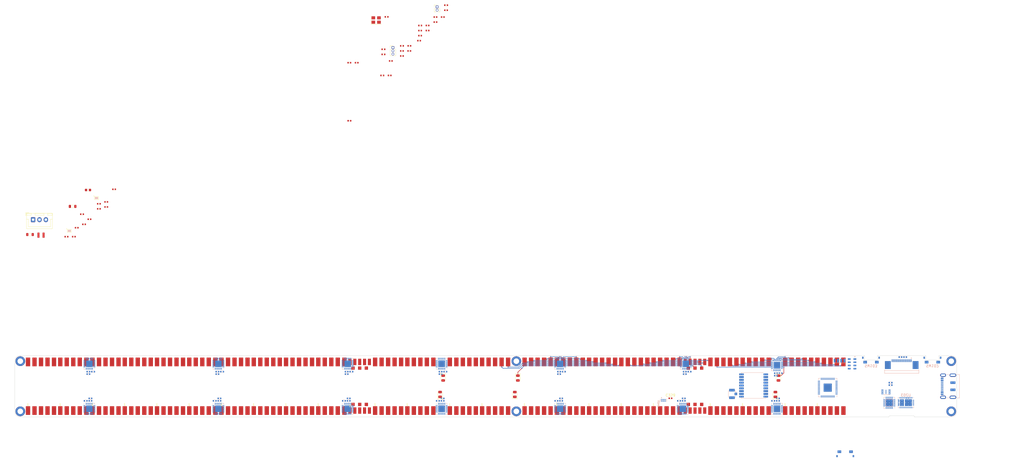
<source format=kicad_pcb>
(kicad_pcb (version 20211014) (generator pcbnew)
  (layers (0 "F.Cu" signal) (1 "In1.Cu" signal) (2 "In2.Cu" signal) (31 "B.Cu" signal) (34 "B.Paste" user) (35 "F.Paste" user) (36 "B.SilkS" user "B.Silkscreen") (37 "F.SilkS" user "F.Silkscreen") (38 "B.Mask" user) (39 "F.Mask" user) (44 "Edge.Cuts" user))
  (net 0 "")
  (net 1 "Earth")
  (net 2 "+BATT")
  (net 3 "/XIN")
  (net 4 "Net-(C102-Pad1)")
  (net 5 "+3V3")
  (net 6 "+1V1")
  (net 7 "/Power/VBUS_IN")
  (net 10 "+2V5")
  (net 11 "/Power/VBUS_OUT")
  (net 13 "Net-(C212-Pad1)")
  (net 14 "Net-(C213-Pad1)")
  (net 15 "/Power/BC_REGN")
  (net 16 "Net-(C213-Pad2)")
  (net 17 "Net-(C401-Pad1)")
  (net 18 "/LED_Segments/COL0_T")
  (net 19 "/LED_Segments/COL0_B")
  (net 20 "/LED_Segments/COL1_T")
  (net 21 "/LED_Segments/COL1_B")
  (net 22 "/LED_Segments/COL2_T")
  (net 23 "/RUN")
  (net 24 "/SWD")
  (net 25 "/SWCLK")
  (net 26 "/Power/CC1")
  (net 27 "USB_D+")
  (net 28 "USB_D-")
  (net 30 "/Power/CC2")
  (net 32 "/LED_Segments/COL2_B")
  (net 33 "Net-(J102-Pad1)")
  (net 34 "Net-(J102-Pad2)")
  (net 35 "Net-(AE401-Pad1)")
  (net 39 "Net-(R306-Pad1)")
  (net 40 "Net-(R307-Pad1)")
  (net 41 "Net-(R308-Pad1)")
  (net 42 "Net-(L201-Pad1)")
  (net 43 "Net-(L202-Pad1)")
  (net 44 "/~{USB_BOOT}")
  (net 45 "/QSPI_SS")
  (net 46 "/XOUT")
  (net 47 "Net-(R103-Pad2)")
  (net 48 "Net-(R104-Pad2)")
  (net 49 "/POW_SDA")
  (net 50 "/POW_SCL")
  (net 51 "/SEN_SDA")
  (net 52 "/SEN_SCL")
  (net 53 "Net-(R309-Pad1)")
  (net 54 "Net-(R310-Pad1)")
  (net 55 "Net-(R311-Pad1)")
  (net 56 "Net-(R312-Pad1)")
  (net 58 "Net-(R313-Pad1)")
  (net 59 "Net-(R301-Pad1)")
  (net 60 "Net-(R302-Pad1)")
  (net 61 "Net-(R303-Pad1)")
  (net 62 "Net-(R304-Pad1)")
  (net 63 "Net-(R305-Pad1)")
  (net 64 "/BTN_UP")
  (net 65 "/BTN_DWN")
  (net 66 "/QSPI_SD1")
  (net 67 "/QSPI_SD2")
  (net 68 "/QSPI_SD0")
  (net 69 "/QSPI_SCLK")
  (net 70 "/QSPI_SD3")
  (net 71 "/LED_MOSI")
  (net 72 "/LED_SCK")
  (net 73 "/LED_LAT")
  (net 74 "/LED_OE")
  (net 75 "Net-(R314-Pad1)")
  (net 76 "/BATT_EN")
  (net 83 "Net-(R401-Pad1)")
  (net 84 "/OLED_CS")
  (net 85 "/OLED_RST")
  (net 86 "/OLED_D{slash}C")
  (net 87 "/OLED_SCK")
  (net 88 "/LED_Segments/DG1_G")
  (net 89 "/LED_Segments/DG1_F")
  (net 90 "/LED_Segments/DG1_A")
  (net 91 "/LED_Segments/DG1_B")
  (net 92 "/LED_Segments/DG2_G")
  (net 93 "/LED_Segments/DG2_F")
  (net 94 "/OLED_MOSI")
  (net 98 "/LED_Segments/DG2_D")
  (net 99 "/LED_Segments/DG2_E")
  (net 100 "/LED_Segments/DG1_DP")
  (net 101 "/LED_Segments/DG1_C")
  (net 102 "/LED_Segments/DG1_D")
  (net 103 "/LED_Segments/DG1_E")
  (net 104 "/LED_Segments/DG5_DP")
  (net 105 "/LED_Segments/DG5_C")
  (net 106 "/LED_Segments/DG5_D")
  (net 107 "/LED_Segments/DG5_E")
  (net 108 "/LED_Segments/DG4_DP")
  (net 109 "/LED_Segments/DG4_C")
  (net 110 "/LED_Segments/DG4_D")
  (net 111 "/LED_Segments/DG4_E")
  (net 112 "/LED_Segments/DG3_DP")
  (net 113 "/LED_Segments/DG3_C")
  (net 114 "/LED_Segments/DG3_D")
  (net 115 "/LED_Segments/DG3_E")
  (net 116 "/LED_Segments/DG2_DP")
  (net 117 "/LED_Segments/DG2_C")
  (net 118 "/LED_Segments/DG2_B")
  (net 119 "/LED_Segments/DG2_A")
  (net 120 "/LED_Segments/DG3_B")
  (net 121 "/LED_Segments/DG3_A")
  (net 122 "/LED_Segments/DG3_F")
  (net 123 "/LED_Segments/DG3_G")
  (net 124 "/LED_Segments/DG4_B")
  (net 125 "/LED_Segments/DG4_A")
  (net 126 "/LED_Segments/DG4_F")
  (net 127 "/LED_Segments/DG4_G")
  (net 128 "/LED_Segments/DG5_G")
  (net 129 "/LED_Segments/DG5_F")
  (net 130 "/LED_Segments/DG5_A")
  (net 131 "/LED_Segments/DG5_B")
  (net 132 "/LED_Segments/DG6_E")
  (net 133 "/LED_Segments/DG6_D")
  (net 134 "/LED_Segments/DG6_C")
  (net 135 "/LED_Segments/DG6_DP")
  (net 136 "/LED_Segments/DG6_B")
  (net 137 "/LED_Segments/DG6_A")
  (net 138 "/LED_Segments/DG6_F")
  (net 139 "/LED_Segments/DG6_G")
  (net 140 "/LED_Segments/DG7_E")
  (net 141 "/LED_Segments/DG7_D")
  (net 142 "/LED_Segments/DG7_C")
  (net 143 "/LED_Segments/DG7_DP")
  (net 144 "/LED_Segments/DG7_B")
  (net 145 "/LED_Segments/DG7_A")
  (net 146 "/LED_Segments/DG7_F")
  (net 147 "/LED_Segments/DG7_G")
  (net 148 "/LED_Segments/DG9_DP")
  (net 149 "/LED_Segments/DG9_C")
  (net 150 "/LED_Segments/DG9_D")
  (net 151 "/LED_Segments/DG9_E")
  (net 152 "/LED_Segments/DG8_DP")
  (net 153 "/LED_Segments/DG8_C")
  (net 154 "/LED_Segments/DG8_D")
  (net 155 "/LED_Segments/DG8_E")
  (net 156 "/LED_Segments/DG8_B")
  (net 157 "/LED_Segments/DG8_A")
  (net 158 "/LED_Segments/DG8_F")
  (net 159 "/LED_Segments/DG8_G")
  (net 160 "/LED_Segments/DG9_B")
  (net 161 "/LED_Segments/DG9_A")
  (net 162 "/LED_Segments/DG9_F")
  (net 163 "/LED_Segments/DG9_G")
  (net 167 "/LED_Segments/DG0_E")
  (net 168 "/LED_Segments/DG0_D")
  (net 169 "/LED_Segments/DG0_C")
  (net 170 "/LED_Segments/DG0_DP")
  (net 171 "/LED_Segments/DG0_B")
  (net 172 "/LED_Segments/DG0_A")
  (net 173 "/LED_Segments/DG0_F")
  (net 174 "/LED_Segments/DG0_G")
  (net 176 "/Power/VSYS")
  (net 177 "/Power/TS")
  (net 179 "/GPS_TX")
  (net 180 "/GPS_RX")
  (net 181 "/GPS_PPS")
  (net 189 "/Power/BC_~{INT}")
  (net 197 "/LED_Segments/DG10_F")
  (net 198 "/LED_Segments/DG10_G")
  (net 199 "/LED_Segments/DG10_H")
  (net 201 "/LED_Segments/DG10_A")
  (net 202 "/LED_Segments/DG10_J")
  (net 203 "/LED_Segments/DG10_B")
  (net 204 "/LED_Segments/DG10_K")
  (net 205 "/LED_Segments/DG10_P")
  (net 206 "/LED_Segments/DG10_E")
  (net 207 "/LED_Segments/DG10_N")
  (net 208 "/LED_Segments/DG10_D")
  (net 209 "/LED_Segments/DG10_M")
  (net 210 "/LED_Segments/DG10_L")
  (net 211 "/LED_Segments/DG10_C")
  (net 212 "/LED_Segments/DG10_DP")
  (net 213 "/LED_Segments/DG11_E")
  (net 214 "/LED_Segments/DG11_D")
  (net 215 "/LED_Segments/DG11_C")
  (net 216 "/LED_Segments/DG11_DP")
  (net 217 "/LED_Segments/DG11_B")
  (net 218 "/LED_Segments/DG11_A")
  (net 219 "/LED_Segments/DG11_F")
  (net 220 "/LED_Segments/DG11_G")
  (net 221 "/LED_Segments/DG12_E")
  (net 222 "/LED_Segments/DG12_D")
  (net 223 "/LED_Segments/DG12_C")
  (net 224 "/LED_Segments/DG12_DP")
  (net 225 "/LED_Segments/DG12_B")
  (net 226 "/LED_Segments/DG12_A")
  (net 227 "/LED_Segments/DG12_F")
  (net 228 "/LED_Segments/DG12_G")
  (net 231 "/LED_Segments/DG13_G")
  (net 232 "/LED_Segments/DG13_F")
  (net 233 "/LED_Segments/DG13_A")
  (net 234 "/LED_Segments/DG13_B")
  (net 235 "/LED_Segments/DG14_G")
  (net 236 "/LED_Segments/DG14_F")
  (net 237 "/LED_Segments/DG13_E")
  (net 238 "/LED_Segments/DG13_D")
  (net 239 "/LED_Segments/DG13_C")
  (net 240 "/LED_Segments/DG13_DP")
  (net 241 "/LED_Segments/DG14_E")
  (net 242 "/LED_Segments/DG14_D")
  (net 243 "/LED_Segments/DG14_C")
  (net 244 "/LED_Segments/DG14_DP")
  (net 245 "/LED_Segments/DG14_B")
  (net 246 "/LED_Segments/DG14_A")
  (net 247 "/LED_Segments/DG15_E")
  (net 248 "/LED_Segments/DG15_D")
  (net 249 "/LED_Segments/DG15_C")
  (net 250 "/LED_Segments/DG15_DP")
  (net 251 "/LED_Segments/DG15_B")
  (net 252 "/LED_Segments/DG15_A")
  (net 253 "/LED_Segments/DG15_F")
  (net 254 "/LED_Segments/DG15_G")
  (net 257 "/LED_Segments/DG16_G")
  (net 258 "/LED_Segments/DG16_F")
  (net 259 "/LED_Segments/DG16_A")
  (net 260 "/LED_Segments/DG16_B")
  (net 261 "/LED_Segments/DG17_G")
  (net 262 "/LED_Segments/DG17_F")
  (net 263 "/LED_Segments/DG17_A")
  (net 264 "/LED_Segments/DG17_B")
  (net 265 "/LED_Segments/DG18_G")
  (net 266 "/LED_Segments/DG16_E")
  (net 267 "/LED_Segments/DG16_D")
  (net 268 "/LED_Segments/DG16_C")
  (net 269 "/LED_Segments/DG16_DP")
  (net 270 "/LED_Segments/DG17_E")
  (net 271 "/LED_Segments/DG17_D")
  (net 272 "/LED_Segments/DG17_C")
  (net 273 "/LED_Segments/DG17_DP")
  (net 274 "/LED_Segments/DG18_E")
  (net 275 "/LED_Segments/DG18_D")
  (net 276 "/LED_Segments/DG18_C")
  (net 277 "/LED_Segments/DG18_DP")
  (net 278 "/LED_Segments/DG18_B")
  (net 279 "/LED_Segments/DG18_A")
  (net 280 "/LED_Segments/DG18_F")
  (net 281 "/LED_Segments/DG19_E")
  (net 282 "/LED_Segments/DG19_D")
  (net 283 "/LED_Segments/DG19_C")
  (net 284 "/LED_Segments/DG19_DP")
  (net 285 "/LED_Segments/DG19_B")
  (net 286 "/LED_Segments/DG19_A")
  (net 287 "/LED_Segments/DG19_F")
  (net 288 "/LED_Segments/DG19_G")
  (net 291 "/LED_Segments/DG20_F")
  (net 292 "/LED_Segments/DG20_G")
  (net 293 "/LED_Segments/DG20_H")
  (net 294 "/LED_Segments/DG20_A")
  (net 295 "/LED_Segments/DG20_J")
  (net 296 "/LED_Segments/DG20_B")
  (net 297 "/LED_Segments/DG20_K")
  (net 298 "/LED_Segments/DG21_G")
  (net 299 "/LED_Segments/DG20_P")
  (net 300 "/LED_Segments/DG20_E")
  (net 301 "/LED_Segments/DG20_N")
  (net 302 "/LED_Segments/DG20_D")
  (net 303 "/LED_Segments/DG20_M")
  (net 304 "/LED_Segments/DG20_L")
  (net 305 "/LED_Segments/DG20_C")
  (net 306 "/LED_Segments/DG20_DP")
  (net 307 "/LED_Segments/DG21_E")
  (net 308 "/LED_Segments/DG21_D")
  (net 309 "/LED_Segments/DG21_C")
  (net 310 "/LED_Segments/DG21_DP")
  (net 311 "/LED_Segments/DG21_B")
  (net 312 "/LED_Segments/DG21_A")
  (net 313 "/LED_Segments/DG21_F")
  (net 314 "/LED_Segments/DG22_E")
  (net 315 "/LED_Segments/DG22_D")
  (net 316 "/LED_Segments/DG22_C")
  (net 317 "/LED_Segments/DG22_DP")
  (net 318 "/LED_Segments/DG22_B")
  (net 319 "/LED_Segments/DG22_A")
  (net 320 "/LED_Segments/DG22_F")
  (net 321 "/LED_Segments/DG22_G")
  (net 323 "/LED_Segments/DG23_G")
  (net 324 "/LED_Segments/DG23_F")
  (net 325 "/LED_Segments/DG23_A")
  (net 326 "/LED_Segments/DG23_B")
  (net 327 "/LED_Segments/DG24_G")
  (net 328 "/LED_Segments/DG24_F")
  (net 329 "/LED_Segments/DG24_A")
  (net 330 "/LED_Segments/DG24_B")
  (net 331 "/LED_Segments/DG23_E")
  (net 332 "/LED_Segments/DG23_D")
  (net 333 "/LED_Segments/DG23_C")
  (net 334 "/LED_Segments/DG23_DP")
  (net 335 "/LED_Segments/DG24_E")
  (net 336 "/LED_Segments/DG24_D")
  (net 337 "/LED_Segments/DG24_C")
  (net 338 "/LED_Segments/DG24_DP")
  (net 347 "Net-(C502-Pad1)")
  (net 348 "Net-(C502-Pad2)")
  (net 349 "Net-(C503-Pad1)")
  (net 350 "Net-(C503-Pad2)")
  (net 351 "Net-(J501-Pad13)")
  (net 352 "Net-(C501-Pad2)")
  (net 353 "Net-(C504-Pad2)")
  (net 358 "/LED_Segments/CC7_CC8")
  (net 359 "/LED_Segments/CC6_CC7")
  (net 360 "/LED_Segments/CC5_CC6")
  (net 361 "/LED_Segments/CC4_CC5")
  (net 362 "/LED_Segments/CC3_CC4")
  (net 363 "/LED_Segments/CC2_CC3")
  (net 364 "/LED_Segments/CC1_CC2")
  (net 365 "/LED_Segments/CC0_CC1")
  (net 366 "/LED_Segments/LED_SCK_BF0")
  (net 367 "/LED_Segments/LED_LAT_BF0")
  (net 368 "/LED_Segments/LED_OE_BF0")
  (footprint "Capacitor_SMD:C_0402_1005Metric" (layer "F.Cu") (at 48.61 98.69)
    (fp_text reference "C202")
    (fp_text value "10u")
  )
  (footprint "clock:7seg 0.56in smd" (layer "F.Cu") (at 89 168)
    (fp_text reference "U308")
    (fp_text value "DG5")
  )
  (footprint "clock:7seg 0.56in smd" (layer "F.Cu") (at 232.6 168)
    (fp_text reference "U327")
    (fp_text value "DG16")
  )
  (footprint "clock:7seg 0.56in smd" (layer "F.Cu") (at 305.2 168)
    (fp_text reference "U335")
    (fp_text value "DG22")
  )
  (footprint "Resistor_SMD:R_0402_1005Metric" (layer "F.Cu") (at 159.32 46.58)
    (fp_text reference "R401")
    (fp_text value "10")
  )
  (footprint "MountingHole:MountingHole_2.2mm_M2_DIN965_Pad" (layer "F.Cu") (at 17.9 158.2)
    (fp_text reference "H103")
    (fp_text value "MountingHole_Pad")
  )
  (footprint "Capacitor_SMD:C_0402_1005Metric" (layer "F.Cu") (at 167 38.97)
    (fp_text reference "C108")
    (fp_text value "220n")
  )
  (footprint "clock:7seg 0.56in smd" (layer "F.Cu") (at 245.2 168)
    (fp_text reference "U328")
    (fp_text value "DG17")
  )
  (footprint "Resistor_SMD:R_0402_1005Metric" (layer "F.Cu") (at 184.26 19.12)
    (fp_text reference "R107")
    (fp_text value "10k")
  )
  (footprint "Resistor_SMD:R_0402_1005Metric" (layer "F.Cu") (at 174.12 27.07)
    (fp_text reference "R101")
    (fp_text value "1k")
  )
  (footprint "Resistor_SMD:R_0402_1005Metric" (layer "F.Cu") (at 161.01 23.69)
    (fp_text reference "R105")
    (fp_text value "10k")
  )
  (footprint "MountingHole:MountingHole_2.2mm_M2_DIN965_Pad" (layer "F.Cu") (at 211.7 158.2)
    (fp_text reference "H102")
    (fp_text value "MountingHole_Pad")
  )
  (footprint "Capacitor_SMD:C_0402_1005Metric" (layer "F.Cu") (at 169.91 35.01)
    (fp_text reference "C106")
    (fp_text value "0.1u")
  )
  (footprint "Capacitor_SMD:C_0402_1005Metric" (layer "F.Cu") (at 174.1 29.05)
    (fp_text reference "C111")
    (fp_text value "0.1u")
  )
  (footprint "clock:7seg 0.56in smd" (layer "F.Cu") (at 76.4 168)
    (fp_text reference "U307")
    (fp_text value "DG4")
  )
  (footprint "clock:7seg 0.56in smd" (layer "F.Cu") (at 174.2 168)
    (fp_text reference "U319")
    (fp_text value "DG12")
  )
  (footprint "clock:14seg 0.4in smd" (layer "F.Cu") (at 150.5 168)
    (fp_text reference "U317")
    (fp_text value "DG10")
  )
  (footprint "Capacitor_SMD:C_0402_1005Metric" (layer "F.Cu") (at 180.09 23.76)
    (fp_text reference "C110")
    (fp_text value "0.1u")
  )
  (footprint "Capacitor_SMD:C_0402_1005Metric" (layer "F.Cu") (at 146.45 41.6)
    (fp_text reference "C104")
    (fp_text value "0.1u")
  )
  (footprint "Capacitor_SMD:C_0402_1005Metric" (layer "F.Cu") (at 177.01 27.06)
    (fp_text reference "C109")
    (fp_text value "1u")
  )
  (footprint "Resistor_SMD:R_0402_1005Metric" (layer "F.Cu") (at 167.02 35.02)
    (fp_text reference "R108")
    (fp_text value "10k")
  )
  (footprint "LED_SMD:LED_0805_2012Metric" (layer "F.Cu") (at 312.9 171.2 90)
    (fp_text reference "D306")
    (fp_text value "LED")
  )
  (footprint "LED_SMD:LED_0805_2012Metric" (layer "F.Cu") (at 314.1 164.8 -90)
    (fp_text reference "D305")
    (fp_text value "LED")
  )
  (footprint "Capacitor_SMD:C_0603_1608Metric" (layer "F.Cu") (at 44.36 91.33)
    (fp_text reference "C211")
    (fp_text value "2.2u")
  )
  (footprint "clock:14seg 0.4in smd" (layer "F.Cu") (at 281.5 168)
    (fp_text reference "U333")
    (fp_text value "DG20")
  )
  (footprint "Package_CSP:WLCSP-6_1.4x1.0mm_P0.4mm" (layer "F.Cu") (at 47.665 94.465)
    (fp_text reference "U201")
    (fp_text value "RP509Z331B")
  )
  (footprint "MountingHole:MountingHole_2.2mm_M2_DIN965_Pad" (layer "F.Cu") (at 381.6 177.8)
    (fp_text reference "H105")
    (fp_text value "MountingHole_Pad")
  )
  (footprint "Resistor_SMD:R_0402_1005Metric" (layer "F.Cu") (at 42.03 100.79)
    (fp_text reference "R210")
    (fp_text value "30.1k")
  )
  (footprint "Inductor_SMD:L_0805_2012Metric" (layer "F.Cu") (at 38.34 97.74)
    (fp_text reference "L201")
    (fp_text value "540n")
  )
  (footprint "Capacitor_SMD:C_0402_1005Metric" (layer "F.Cu") (at 162.21 46.57)
    (fp_text reference "C401")
    (fp_text value "10n")
  )
  (footprint "Capacitor_SMD:C_0402_1005Metric" (layer "F.Cu") (at 271.9 172.7)
    (fp_text reference "C329")
    (fp_text value "0.1u")
  )
  (footprint "Capacitor_SMD:C_0402_1005Metric" (layer "F.Cu") (at 174.1 31.02)
    (fp_text reference "C115")
    (fp_text value "0.1u")
  )
  (footprint "clock:7seg 0.56in smd" (layer "F.Cu") (at 38.6 168)
    (fp_text reference "U302")
    (fp_text value "DG1")
  )
  (footprint "clock:7seg 0.56in smd" (layer "F.Cu") (at 26 168)
    (fp_text reference "U301")
    (fp_text value "DG0")
  )
  (footprint "Capacitor_SMD:C_0402_1005Metric" (layer "F.Cu") (at 39.95 106.07)
    (fp_text reference "C215")
    (fp_text value "10u")
  )
  (footprint "clock:7seg 0.56in smd" (layer "F.Cu") (at 51.2 168)
    (fp_text reference "U305")
    (fp_text value "DG2")
  )
  (footprint "Capacitor_SMD:C_0402_1005Metric" (layer "F.Cu") (at 180.09 25.73)
    (fp_text reference "C113")
    (fp_text value "0.1u")
  )
  (footprint "Capacitor_SMD:C_0402_1005Metric" (layer "F.Cu") (at 182.96 23.76)
    (fp_text reference "C114")
    (fp_text value "0.1u")
  )
  (footprint "Resistor_SMD:R_0402_1005Metric" (layer "F.Cu") (at 159.77 36.36)
    (fp_text reference "R106")
    (fp_text value "10k")
  )
  (footprint "Connector_PinHeader_1.27mm:PinHeader_1x03_P1.27mm_Vertical" (layer "F.Cu") (at 163.49 35.7)
    (fp_text reference "J101")
    (fp_text value "SWD")
  )
  (footprint "clock:7seg 0.56in smd" (layer "F.Cu") (at 220 168)
    (fp_text reference "U324")
    (fp_text value "DG15")
  )
  (footprint "clock:7seg 0.56in smd" (layer "F.Cu") (at 114.2 168)
    (fp_text reference "U312")
    (fp_text value "DG7")
  )
  (footprint "Capacitor_SMD:C_0402_1005Metric" (layer "F.Cu") (at 38.83 109.56)
    (fp_text reference "C212")
    (fp_text value "10u")
  )
  (footprint "MountingHole:MountingHole_2.2mm_M2_DIN965_Pad" (layer "F.Cu") (at 211.7 177.8)
    (fp_text reference "H101")
    (fp_text value "MountingHole_Pad")
  )
  (footprint "clock:7seg 0.56in smd" (layer "F.Cu") (at 203.4 168)
    (fp_text reference "U323")
    (fp_text value "DG14")
  )
  (footprint "Capacitor_SMD:C_0402_1005Metric" (layer "F.Cu") (at 54.56 91.06)
    (fp_text reference "C206")
    (fp_text value "4.7u")
  )
  (footprint "LED_SMD:LED_0805_2012Metric" (layer "F.Cu") (at 211.1 171.2 90)
    (fp_text reference "D304")
    (fp_text value "LED")
  )
  (footprint "Package_CSP:WLCSP-6_1.4x1.0mm_P0.4mm" (layer "F.Cu") (at 37.045 107.305)
    (fp_text reference "U202")
    (fp_text value "RP509Z251B")
  )
  (footprint "Resistor_SMD:R_0402_1005Metric" (layer "F.Cu") (at 159.77 38.35)
    (fp_text reference "R102")
    (fp_text value "1k")
  )
  (footprint "clock:7seg 0.56in smd" (layer "F.Cu") (at 334.4 168)
    (fp_text reference "U339")
    (fp_text value "DG24")
  )
  (footprint "LED_SMD:LED_0805_2012Metric" (layer "F.Cu") (at 183.1 164.8 -90)
    (fp_text reference "D301")
    (fp_text value "LED")
  )
  (footprint "Connector_JST:JST_XH_B3B-XH-A_1x03_P2.50mm_Vertical" (layer "F.Cu") (at 22.9 102.93)
    (fp_text reference "J202")
    (fp_text value "Conn_01x03")
  )
  (footprint "LED_SMD:LED_0805_2012Metric" (layer "F.Cu") (at 212.3 164.8 -90)
    (fp_text reference "D303")
    (fp_text value "LED")
  )
  (footprint "clock:7seg 0.56in smd" (layer "F.Cu") (at 139.4 168)
    (fp_text reference "U314")
    (fp_text value "DG9")
  )
  (footprint "clock:Bourns_SRP2512" (layer "F.Cu") (at 26 108.98)
    (fp_text reference "L203")
    (fp_text value "1u")
  )
  (footprint "Crystal:Crystal_SMD_3225-4Pin_3.2x2.5mm" (layer "F.Cu") (at 156.93 24.92)
    (fp_text reference "HSE101")
    (fp_text value "12MHz")
  )
  (footprint "Capacitor_SMD:C_0402_1005Metric" (layer "F.Cu") (at 149.32 41.6)
    (fp_text reference "C116")
    (fp_text value "0.1u")
  )
  (footprint "Capacitor_SMD:C_0402_1005Metric" (layer "F.Cu") (at 51.48 97.95)
    (fp_text reference "C216")
    (fp_text value "10u")
  )
  (footprint "Inductor_SMD:L_0805_2012Metric" (layer "F.Cu") (at 21.7 108.73)
    (fp_text reference "L202")
    (fp_text value "540n")
  )
  (footprint "Inductor_SMD:L_0402_1005Metric" (layer "F.Cu") (at 146.47 64.28)
    (fp_text reference "L401")
    (fp_text value "27n")
  )
  (footprint "LED_SMD:LED_0805_2012Metric" (layer "F.Cu") (at 181.9 171.2 90)
    (fp_text reference "D302")
    (fp_text value "LED")
  )
  (footprint "clock:7seg 0.56in smd" (layer "F.Cu") (at 190.8 168)
    (fp_text reference "U322")
    (fp_text value "DG13")
  )
  (footprint "Capacitor_SMD:C_0402_1005Metric" (layer "F.Cu") (at 44.92 102.75)
    (fp_text reference "C214")
    (fp_text value "4.7u")
  )
  (footprint "Resistor_SMD:R_0402_1005Metric" (layer "F.Cu") (at 35.94 109.57)
    (fp_text reference "R209")
    (fp_text value "5.23k")
  )
  (footprint "clock:7seg 0.56in smd" (layer "F.Cu") (at 126.8 168)
    (fp_text reference "U313")
    (fp_text value "DG8")
  )
  (footprint "clock:7seg 0.56in smd" (layer "F.Cu") (at 101.6 168)
    (fp_text reference "U311")
    (fp_text value "DG6")
  )
  (footprint "MountingHole:MountingHole_2.2mm_M2_DIN965_Pad" (layer "F.Cu") (at 17.9 177.8)
    (fp_text reference "H104")
    (fp_text value "MountingHole_Pad")
  )
  (footprint "clock:7seg 0.56in smd" (layer "F.Cu") (at 270.4 168)
    (fp_text reference "U330")
    (fp_text value "DG19")
  )
  (footprint "Connector_PinHeader_1.27mm:PinHeader_1x02_P1.27mm_Vertical" (layer "F.Cu") (at 180.73 19.8)
    (fp_text reference "J102")
    (fp_text value "UART")
  )
  (footprint "Capacitor_SMD:C_0402_1005Metric" (layer "F.Cu") (at 42.82 104.74)
    (fp_text reference "C201")
    (fp_text value "4.7u")
  )
  (footprint "clock:7seg 0.56in smd" (layer "F.Cu") (at 161.6 168)
    (fp_text reference "U318")
    (fp_text value "DG11")
  )
  (footprint "clock:7seg 0.56in smd" (layer "F.Cu") (at 257.8 168)
    (fp_text reference "U329")
    (fp_text value "DG18")
  )
  (footprint "Capacitor_SMD:C_0402_1005Metric" (layer "F.Cu") (at 162.66 40.91)
    (fp_text reference "C112")
    (fp_text value "0.1u")
  )
  (footprint "Capacitor_SMD:C_0402_1005Metric" (layer "F.Cu") (at 184.24 21.1)
    (fp_text reference "C102")
    (fp_text value "15p")
  )
  (footprint "Capacitor_SMD:C_0402_1005Metric" (layer "F.Cu") (at 169.87 37)
    (fp_text reference "C107")
    (fp_text value "1u")
  )
  (footprint "Capacitor_SMD:C_0402_1005Metric" (layer "F.Cu") (at 48.61 96.72)
    (fp_text reference "C213")
    (fp_text value "47n")
  )
  (footprint "clock:7seg 0.56in smd" (layer "F.Cu") (at 292.6 168)
    (fp_text reference "U334")
    (fp_text value "DG21")
  )
  (footprint "Capacitor_SMD:C_0402_1005Metric" (layer "F.Cu") (at 167 37)
    (fp_text reference "C101")
    (fp_text value "15p")
  )
  (footprint "Capacitor_SMD:C_0402_1005Metric" (layer "F.Cu") (at 173.71 32.99)
    (fp_text reference "C105")
    (fp_text value "0.1u")
  )
  (footprint "clock:7seg 0.56in smd" (layer "F.Cu") (at 321.8 168)
    (fp_text reference "U338")
    (fp_text value "DG23")
  )
  (footprint "Capacitor_SMD:C_0402_1005Metric" (layer "F.Cu") (at 177.01 29.03)
    (fp_text reference "C103")
    (fp_text value "0.1u")
  )
  (footprint "clock:7seg 0.56in smd" (layer "F.Cu") (at 63.8 168)
    (fp_text reference "U306")
    (fp_text value "DG3")
  )
  (footprint "Capacitor_SMD:C_0402_1005Metric" (layer "F.Cu") (at 51.48 95.98)
    (fp_text reference "C210")
    (fp_text value "10u")
  )
  (footprint "MountingHole:MountingHole_2.2mm_M2_DIN965_Pad" (layer "F.Cu") (at 381.6 158.2)
    (fp_text reference "H106")
    (fp_text value "MountingHole_Pad")
  )
  (footprint "Package_DFN_QFN:QFN-24-1EP_4x4mm_P0.5mm_EP2.6x2.6mm" (layer "B.Cu") (at 313.5 159.8 90)
    (fp_text reference "U336")
    (fp_text value "LED_CC13")
  )
  (footprint "clock:EVQP4xB3x" (layer "B.Cu") (at 350.25 156)
    (fp_text reference "SW103")
    (fp_text value "SW_Push")
  )
  (footprint "Capacitor_SMD:C_0402_1005Metric" (layer "B.Cu") (at 313.9 172.75)
    (fp_text reference "C326")
    (fp_text value "1u")
  )
  (footprint "Capacitor_SMD:C_0402_1005Metric" (layer "B.Cu") (at 228.4 163.25 180)
    (fp_text reference "C317")
    (fp_text value "1u")
  )
  (footprint "Package_DFN_QFN:QFN-24-1EP_4x4mm_P0.5mm_EP2.6x2.6mm" (layer "B.Cu") (at 228.8 176.8 -90)
    (fp_text reference "U326")
    (fp_text value "LED_CC2")
  )
  (footprint "Resistor_SMD:R_0402_1005Metric" (layer "B.Cu") (at 183.95 162.3)
    (fp_text reference "R307")
    (fp_text value "1k")
  )
  (footprint "Resistor_SMD:R_0402_1005Metric" (layer "B.Cu") (at 181.05 173.7 180)
    (fp_text reference "R308")
    (fp_text value "1k")
  )
  (footprint "Capacitor_SMD:C_0402_1005Metric" (layer "B.Cu") (at 228.4 162.3 180)
    (fp_text reference "C319")
    (fp_text value "0.1u")
  )
  (footprint "Package_DFN_QFN:QFN-24-1EP_4x4mm_P0.5mm_EP2.6x2.6mm" (layer "B.Cu") (at 313.5 176.8 -90)
    (fp_text reference "U337")
    (fp_text value "LED_CC0")
  )
  (footprint "clock:POWERWQFN-40" (layer "B.Cu") (at 363.9 174.4 180)
    (fp_text reference "U203")
    (fp_text value "TPS25750DRJK")
  )
  (footprint "Package_DFN_QFN:QFN-24-1EP_4x4mm_P0.5mm_EP2.6x2.6mm" (layer "B.Cu") (at 277.9 159.2 90)
    (fp_text reference "U331")
    (fp_text value "LED_CC12")
  )
  (footprint "Capacitor_SMD:C_0402_1005Metric" (layer "B.Cu") (at 146.2 173.7)
    (fp_text reference "C312")
    (fp_text value "0.1u")
  )
  (footprint "Package_DFN_QFN:QFN-24-1EP_4x4mm_P0.5mm_EP2.6x2.6mm" (layer "B.Cu") (at 95.3 176.8 -90)
    (fp_text reference "U310")
    (fp_text value "LED_CC5")
  )
  (footprint "Capacitor_SMD:C_0402_1005Metric" (layer "B.Cu") (at 363.6 156.6)
    (fp_text reference "C502")
    (fp_text value "0.1u")
  )
  (footprint "Capacitor_SMD:C_0402_1005Metric" (layer "B.Cu") (at 44.5 163.25 180)
    (fp_text reference "C301")
    (fp_text value "1u")
  )
  (footprint "Capacitor_SMD:C_0402_1005Metric" (layer "B.Cu") (at 145.4 162.3 180)
    (fp_text reference "C311")
    (fp_text value "0.1u")
  )
  (footprint "Capacitor_SMD:C_0402_1005Metric" (layer "B.Cu") (at 182.1 163.25 180)
    (fp_text reference "C313")
    (fp_text value "1u")
  )
  (footprint "Package_DFN_QFN:QFN-24-1EP_4x4mm_P0.5mm_EP2.6x2.6mm" (layer "B.Cu") (at 145.8 159.2 90)
    (fp_text reference "U315")
    (fp_text value "LED_CC9")
  )
  (footprint "Resistor_SMD:R_0402_1005Metric" (layer "B.Cu") (at 275.25 173.7 180)
    (fp_text reference "R312")
    (fp_text value "1k")
  )
  (footprint "Capacitor_SMD:C_0402_1005Metric" (layer "B.Cu") (at 229.2 172.75)
    (fp_text reference "C318")
    (fp_text value "1u")
  )
  (footprint "Capacitor_SMD:C_0402_1005Metric" (layer "B.Cu") (at 145.4 163.25 180)
    (fp_text reference "C309")
    (fp_text value "1u")
  )
  (footprint "clock:TE_1-1734839-6" (layer "B.Cu") (at 362.25 158.0125 180)
    (fp_text reference "J501")
    (fp_text value "1-1734839-6")
  )
  (footprint "Resistor_SMD:R_0402_1005Metric" (layer "B.Cu") (at 144.35 173.7 180)
    (fp_text reference "R306")
    (fp_text value "1k")
  )
  (footprint "clock:EVQP4xB3x" (layer "B.Cu") (at 374.25 156)
    (fp_text reference "SW102")
    (fp_text value "SW_Push")
  )
  (footprint "Package_DFN_QFN:QFN-24-1EP_4x4mm_P0.5mm_EP2.6x2.6mm" (layer "B.Cu") (at 145.8 176.8 -90)
    (fp_text reference "U316")
    (fp_text value "LED_CC4")
  )
  (footprint "Capacitor_SMD:C_0402_1005Metric" (layer "B.Cu") (at 45.3 173.7)
    (fp_text reference "C304")
    (fp_text value "0.1u")
  )
  (footprint "Resistor_SMD:R_0402_1005Metric" (layer "B.Cu") (at 312.05 173.7 180)
    (fp_text reference "R314")
    (fp_text value "1k")
  )
  (footprint "Resistor_SMD:R_0402_1005Metric" (layer "B.Cu") (at 46.35 162.3)
    (fp_text reference "R301")
    (fp_text value "1k")
  )
  (footprint "Capacitor_SMD:C_0402_1005Metric" (layer "B.Cu") (at 45.3 172.75)
    (fp_text reference "C302")
    (fp_text value "1u")
  )
  (footprint "Package_DFN_QFN:QFN-24-1EP_4x4mm_P0.5mm_EP2.6x2.6mm" (layer "B.Cu") (at 95.3 159.2 90)
    (fp_text reference "U309")
    (fp_text value "LED_CC8")
  )
  (footprint "Package_DFN_QFN:QFN-24-1EP_4x4mm_P0.5mm_EP2.6x2.6mm" (layer "B.Cu") (at 182.5 159.2 90)
    (fp_text reference "U320")
    (fp_text value "LED_CC10")
  )
  (footprint "Resistor_SMD:R_0402_1005Metric" (layer "B.Cu") (at 357.9 166.6 180)
    (fp_text reference "R104")
    (fp_text value "27")
  )
  (footprint "clock:UBLOX_MAX-M10S" (layer "B.Cu") (at 304.4 167.7 180)
    (fp_text reference "U401")
    (fp_text value "MAX-M10S")
  )
  (footprint "Resistor_SMD:R_0402_1005Metric" (layer "B.Cu") (at 96.75 162.3)
    (fp_text reference "R303")
    (fp_text value "1k")
  )
  (footprint "Capacitor_SMD:C_0402_1005Metric" (layer "B.Cu") (at 277.1 172.75)
    (fp_text reference "C322")
    (fp_text value "1u")
  )
  (footprint "clock:VEML7700" (layer "B.Cu") (at 337.975 158.295)
    (fp_text reference "U102")
    (fp_text value "VEML7700-TR")
  )
  (footprint "Capacitor_SMD:C_0402_1005Metric" (layer "B.Cu") (at 94.9 162.3 180)
    (fp_text reference "C307")
    (fp_text value "0.1u")
  )
  (footprint "Capacitor_SMD:C_0402_1005Metric" (layer "B.Cu") (at 313.9 173.7)
    (fp_text reference "C328")
    (fp_text value "0.1u")
  )
  (footprint "Capacitor_SMD:C_0402_1005Metric" (layer "B.Cu") (at 361.75 156.6)
    (fp_text reference "C503")
    (fp_text value "0.1u")
  )
  (footprint "Capacitor_SMD:C_0402_1005Metric" (layer "B.Cu") (at 313.1 163.85 180)
    (fp_text reference "C325")
    (fp_text value "1u")
  )
  (footprint "Capacitor_SMD:C_0402_1005Metric" (layer "B.Cu") (at 182.1 162.3 180)
    (fp_text reference "C315")
    (fp_text value "0.1u")
  )
  (footprint "Capacitor_SMD:C_0402_1005Metric" (layer "B.Cu") (at 229.2 173.7)
    (fp_text reference "C320")
    (fp_text value "0.1u")
  )
  (footprint "Capacitor_SMD:C_0402_1005Metric" (layer "B.Cu") (at 44.5 162.3 180)
    (fp_text reference "C303")
    (fp_text value "0.1u")
  )
  (footprint "Resistor_SMD:R_0402_1005Metric" (layer "B.Cu") (at 357.9 167.55 180)
    (fp_text reference "R103")
    (fp_text value "27")
  )
  (footprint "Package_DFN_QFN:QFN-24-1EP_4x4mm_P0.5mm_EP2.6x2.6mm" (layer "B.Cu") (at 276.7 176.8 -90)
    (fp_text reference "U332")
    (fp_text value "LED_CC1")
  )
  (footprint "Package_DFN_QFN:QFN-24-1EP_4x4mm_P0.5mm_EP2.6x2.6mm" (layer "B.Cu") (at 44.9 176.8 -90)
    (fp_text reference "U304")
    (fp_text value "LED_CC6")
  )
  (footprint "clock:PSON50P100X195X50-8N" (layer "B.Cu") (at 269.165 173.4975 -90)
    (fp_text reference "U340")
    (fp_text value "74LVC3G17")
  )
  (footprint "Package_DFN_QFN:QFN-24-1EP_4x4mm_P0.5mm_EP2.6x2.6mm" (layer "B.Cu") (at 44.9 159.2 90)
    (fp_text reference "U303")
    (fp_text value "LED_CC7")
  )
  (footprint "Capacitor_SMD:C_0402_1005Metric" (layer "B.Cu") (at 94.9 163.25 180)
    (fp_text reference "C305")
    (fp_text value "1u")
  )
  (footprint "Capacitor_SMD:C_0402_1005Metric" (layer "B.Cu") (at 277.1 173.7)
    (fp_text reference "C324")
    (fp_text value "0.1u")
  )
  (footprint "Connector_USB:USB_C_Receptacle_JAE_DX07S016JA1R1500" (layer "B.Cu") (at 381.1 168 -90)
    (fp_text reference "J201")
    (fp_text value "USB_C_2.0")
  )
  (footprint "Resistor_SMD:R_0402_1005Metric" (layer "B.Cu") (at 279.35 162.3)
    (fp_text reference "R311")
    (fp_text value "1k")
  )
  (footprint "Package_DFN_QFN:QFN-24-1EP_4x4mm_P0.5mm_EP2.6x2.6mm" (layer "B.Cu") (at 228.8 159.2 90)
    (fp_text reference "U325")
    (fp_text value "LED_CC11")
  )
  (footprint "Connector_Coaxial:U.FL_Hirose_U.FL-R-SMT-1_Vertical" (layer "B.Cu") (at 296.4 171 180)
    (fp_text reference "J401")
    (fp_text value "U.FL")
  )
  (footprint "Capacitor_SMD:C_0402_1005Metric" (layer "B.Cu") (at 182.9 172.75)
    (fp_text reference "C314")
    (fp_text value "1u")
  )
  (footprint "Resistor_SMD:R_0402_1005Metric" (layer "B.Cu") (at 93.85 173.7 180)
    (fp_text reference "R304")
    (fp_text value "1k")
  )
  (footprint "Capacitor_SMD:C_0402_1005Metric" (layer "B.Cu") (at 146.2 172.75)
    (fp_text reference "C310")
    (fp_text value "1u")
  )
  (footprint "Capacitor_SMD:C_0402_1005Metric" (layer "B.Cu") (at 95.7 173.7)
    (fp_text reference "C308")
    (fp_text value "0.1u")
  )
  (footprint "Package_DFN_QFN:Texas_S-PWQFN-N24_EP2.7x2.7mm_ThermalVias" (layer "B.Cu") (at 357.4 174.45 90)
    (fp_text reference "U204")
    (fp_text value "BQ25601")
  )
  (footprint "clock:MS8607" (layer "B.Cu") (at 342.85 159.25 180)
    (fp_text reference "U104")
    (fp_text value "MS8607")
  )
  (footprint "Capacitor_SMD:C_0402_1005Metric" (layer "B.Cu") (at 182.9 173.7)
    (fp_text reference "C316")
    (fp_text value "0.1u")
  )
  (footprint "Resistor_SMD:R_0402_1005Metric" (layer "B.Cu") (at 147.25 162.3)
    (fp_text reference "R305")
    (fp_text value "1k")
  )
  (footprint "Resistor_SMD:R_0402_1005Metric" (layer "B.Cu") (at 230.25 162.3)
    (fp_text reference "R309")
    (fp_text value "1k")
  )
  (footprint "Resistor_SMD:R_0402_1005Metric" (layer "B.Cu") (at 314.95 162.9)
    (fp_text reference "R313")
    (fp_text value "1k")
  )
  (footprint "clock:WINBOND_USON-8_2x3mm" (layer "B.Cu") (at 356.1 170.2 90)
    (fp_text reference "U101")
    (fp_text value "W25Q16JVUXIQ")
  )
  (footprint "Capacitor_SMD:C_0402_1005Metric" (layer "B.Cu") (at 95.7 172.75)
    (fp_text reference "C306")
    (fp_text value "1u")
  )
  (footprint "Package_DFN_QFN:QFN-56-1EP_7x7mm_P0.4mm_EP3.2x3.2mm" (layer "B.Cu") (at 333.35 168.55 90)
    (fp_text reference "U103")
    (fp_text value "RP2040")
  )
  (footprint "Capacitor_SMD:C_0402_1005Metric" (layer "B.Cu") (at 277.5 162.3 180)
    (fp_text reference "C323")
    (fp_text value "0.1u")
  )
  (footprint "Resistor_SMD:R_0402_1005Metric" (layer "B.Cu") (at 227.35 173.7 180)
    (fp_text reference "R310")
    (fp_text value "1k")
  )
  (footprint "Capacitor_SMD:C_0402_1005Metric" (layer "B.Cu") (at 277.5 163.25 180)
    (fp_text reference "C321")
    (fp_text value "1u")
  )
  (footprint "Resistor_SMD:R_0402_1005Metric" (layer "B.Cu") (at 43.45 173.7 180)
    (fp_text reference "R302")
    (fp_text value "1k")
  )
  (footprint "Capacitor_SMD:C_0402_1005Metric" (layer "B.Cu") (at 313.1 162.9 180)
    (fp_text reference "C327")
    (fp_text value "0.1u")
  )
  (footprint "clock:EVQP4xB3x" (layer "B.Cu") (at 340.175 196.15 180)
    (fp_text reference "SW101")
    (fp_text value "BOOT_JMP")
  )
  (footprint "Package_DFN_QFN:QFN-24-1EP_4x4mm_P0.5mm_EP2.6x2.6mm" (layer "B.Cu") (at 182.5 176.8 -90)
    (fp_text reference "U321")
    (fp_text value "LED_CC3")
  )
  (gr_line (start 352.1 157.75) (end 348.4 157.75) (layer "Edge.Cuts") (width 0.1))
  (gr_arc (start 15.7 158.2) (mid 16.344365 156.644365) (end 17.9 156) (layer "Edge.Cuts") (width 0.1))
  (gr_arc (start 352.8 157.05) (mid 352.751843 157.701843) (end 352.1 157.75) (layer "Edge.Cuts") (width 0.1))
  (gr_arc (start 383.8 177.8) (mid 383.155635 179.355635) (end 381.6 180) (layer "Edge.Cuts") (width 0.1))
  (gr_line (start 352.8 156) (end 352.8 157.05) (layer "Edge.Cuts") (width 0.1))
  (gr_line (start 347.7 156) (end 347.7 157.05) (layer "Edge.Cuts") (width 0.1))
  (gr_line (start 381.6 180) (end 367.25 180) (layer "Edge.Cuts") (width 0.1))
  (gr_line (start 383.8 158.2) (end 383.8 177.8) (layer "Edge.Cuts") (width 0.1))
  (gr_arc (start 17.9 180) (mid 16.344365 179.355635) (end 15.7 177.8) (layer "Edge.Cuts") (width 0.1))
  (gr_line (start 376.1 157.75) (end 372.4 157.75) (layer "Edge.Cuts") (width 0.1))
  (gr_arc (start 381.6 156) (mid 383.155635 156.644365) (end 383.8 158.2) (layer "Edge.Cuts") (width 0.1))
  (gr_line (start 17.9 156) (end 347.7 156) (layer "Edge.Cuts") (width 0.1))
  (gr_line (start 371.7 156) (end 371.7 157.05) (layer "Edge.Cuts") (width 0.1))
  (gr_arc (start 357.25 180) (mid 357.396447 179.646447) (end 357.75 179.5) (layer "Edge.Cuts") (width 0.1))
  (gr_line (start 15.7 177.8) (end 15.7 158.2) (layer "Edge.Cuts") (width 0.1))
  (gr_line (start 376.8 156) (end 381.6 156) (layer "Edge.Cuts") (width 0.1))
  (gr_arc (start 348.4 157.75) (mid 347.748157 157.701842) (end 347.7 157.05) (layer "Edge.Cuts") (width 0.1))
  (gr_line (start 357.25 180) (end 17.9 180) (layer "Edge.Cuts") (width 0.1))
  (gr_line (start 352.8 156) (end 371.7 156) (layer "Edge.Cuts") (width 0.1))
  (gr_arc (start 372.4 157.75) (mid 371.748157 157.701843) (end 371.7 157.05) (layer "Edge.Cuts") (width 0.1))
  (gr_line (start 357.75 179.5) (end 366.75 179.5) (layer "Edge.Cuts") (width 0.1))
  (gr_line (start 376.8 156) (end 376.8 157.05) (layer "Edge.Cuts") (width 0.1))
  (gr_arc (start 366.75 179.5) (mid 367.103553 179.646447) (end 367.25 180) (layer "Edge.Cuts") (width 0.1))
  (gr_arc (start 376.8 157.05) (mid 376.751843 157.701843) (end 376.1 157.75) (layer "Edge.Cuts") (width 0.1))
  (segment (start 212.3 163.8625) (end 212.3 162.5) (width 0.2) (layer "F.Cu") (net 20))
  (segment (start 212.3 162.5) (end 213.8 161) (width 0.2) (layer "F.Cu") (net 20))
  (via (at 213.8 161) (size 0.45) (drill 0.2) (layers "F.Cu" "B.Cu") (net 20))
  (segment (start 226.8625 159.95) (end 214.85 159.95) (width 0.2) (layer "B.Cu") (net 20))
  (segment (start 214.85 159.95) (end 213.8 161) (width 0.2) (layer "B.Cu") (net 20))
  (segment (start 316.2 162.8) (end 315.1375 163.8625) (width 0.2) (layer "F.Cu") (net 22))
  (segment (start 315.1375 163.8625) (end 314.1 163.8625) (width 0.2) (layer "F.Cu") (net 22))
  (segment (start 316.2 160.6) (end 316.2 162.8) (width 0.2) (layer "F.Cu") (net 22))
  (via (at 316.2 160.6) (size 0.45) (drill 0.2) (layers "F.Cu" "B.Cu") (net 22))
  (segment (start 316.15 160.55) (end 316.2 160.6) (width 0.2) (layer "B.Cu") (net 22))
  (segment (start 315.4375 160.55) (end 316.15 160.55) (width 0.2) (layer "B.Cu") (net 22))
  (segment (start 208.5 160.5) (end 208.48 160.48) (width 0.2) (layer "F.Cu") (net 245))
  (segment (start 208.48 160.48) (end 208.48 158.5) (width 0.2) (layer "F.Cu") (net 245))
  (via (at 208.5 160.5) (size 0.45) (drill 0.2) (layers "F.Cu" "B.Cu") (net 245))
  (segment (start 226.8625 158.95) (end 214.15 158.95) (width 0.2) (layer "B.Cu") (net 245))
  (segment (start 214.15 158.95) (end 212.6 160.5) (width 0.2) (layer "B.Cu") (net 245))
  (segment (start 212.6 160.5) (end 208.5 160.5) (width 0.2) (layer "B.Cu") (net 245))
  (segment (start 205.94 160.44) (end 205.94 158.5) (width 0.2) (layer "F.Cu") (net 246))
  (segment (start 206 160.5) (end 205.94 160.44) (width 0.2) (layer "F.Cu") (net 246))
  (via (at 206 160.5) (size 0.45) (drill 0.2) (layers "F.Cu" "B.Cu") (net 246))
  (segment (start 206.5 161) (end 206 160.5) (width 0.2) (layer "B.Cu") (net 246))
  (segment (start 212.9 161) (end 206.5 161) (width 0.2) (layer "B.Cu") (net 246))
  (segment (start 226.8625 159.45) (end 214.45 159.45) (width 0.2) (layer "B.Cu") (net 246))
  (segment (start 214.45 159.45) (end 212.9 161) (width 0.2) (layer "B.Cu") (net 246))
  (segment (start 225.1 156.5) (end 225.08 156.52) (width 0.2) (layer "F.Cu") (net 251))
  (segment (start 225.08 156.52) (end 225.08 158.5) (width 0.2) (layer "F.Cu") (net 251))
  (via (at 225.1 156.5) (size 0.45) (drill 0.2) (layers "F.Cu" "B.Cu") (net 251))
  (segment (start 228.05 156.75) (end 227.8 156.5) (width 0.2) (layer "B.Cu") (net 251))
  (segment (start 227.8 156.5) (end 225.1 156.5) (width 0.2) (layer "B.Cu") (net 251))
  (segment (start 228.05 157.2625) (end 228.05 156.75) (width 0.2) (layer "B.Cu") (net 251))
  (segment (start 223.7 157.34) (end 222.54 158.5) (width 0.2) (layer "F.Cu") (net 252))
  (segment (start 223.7 157.3) (end 223.7 157.34) (width 0.2) (layer "F.Cu") (net 252))
  (via (at 223.7 157.3) (size 0.45) (drill 0.2) (layers "F.Cu" "B.Cu") (net 252))
  (segment (start 227.55 157.2625) (end 223.7375 157.2625) (width 0.2) (layer "B.Cu") (net 252))
  (segment (start 223.7375 157.2625) (end 223.7 157.3) (width 0.2) (layer "B.Cu") (net 252))
  (segment (start 217.96 158) (end 217.46 158.5) (width 0.2) (layer "F.Cu") (net 253))
  (segment (start 218.6 158) (end 217.96 158) (width 0.2) (layer "F.Cu") (net 253))
  (via (at 218.6 158) (size 0.45) (drill 0.2) (layers "F.Cu" "B.Cu") (net 253))
  (segment (start 218.65 157.95) (end 218.6 158) (width 0.2) (layer "B.Cu") (net 253))
  (segment (start 226.8625 157.95) (end 218.65 157.95) (width 0.2) (layer "B.Cu") (net 253))
  (segment (start 216.1 158.5) (end 214.92 158.5) (width 0.2) (layer "F.Cu") (net 254))
  (via (at 216.1 158.5) (size 0.45) (drill 0.2) (layers "F.Cu" "B.Cu") (net 254))
  (segment (start 216.15 158.45) (end 216.1 158.5) (width 0.2) (layer "B.Cu") (net 254))
  (segment (start 226.8625 158.45) (end 216.15 158.45) (width 0.2) (layer "B.Cu") (net 254))
  (segment (start 228.5 156.5) (end 227.52 157.48) (width 0.2) (layer "F.Cu") (net 257))
  (segment (start 227.52 157.48) (end 227.52 158.5) (width 0.2) (layer "F.Cu") (net 257))
  (via (at 228.5 156.5) (size 0.45) (drill 0.2) (layers "F.Cu" "B.Cu") (net 257))
  (segment (start 228.55 157.2625) (end 228.55 156.55) (width 0.2) (layer "B.Cu") (net 257))
  (segment (start 228.55 156.55) (end 228.5 156.5) (width 0.2) (layer "B.Cu") (net 257))
  (segment (start 230.06 157.46) (end 230.06 158.5) (width 0.2) (layer "F.Cu") (net 258))
  (segment (start 229.1 156.5) (end 230.06 157.46) (width 0.2) (layer "F.Cu") (net 258))
  (via (at 229.1 156.5) (size 0.45) (drill 0.2) (layers "F.Cu" "B.Cu") (net 258))
  (segment (start 229.05 157.2625) (end 229.05 156.55) (width 0.2) (layer "B.Cu") (net 258))
  (segment (start 229.05 156.55) (end 229.1 156.5) (width 0.2) (layer "B.Cu") (net 258))
  (segment (start 235.1 156.5) (end 235.14 156.54) (width 0.2) (layer "F.Cu") (net 259))
  (segment (start 235.14 156.54) (end 235.14 158.5) (width 0.2) (layer "F.Cu") (net 259))
  (via (at 235.1 156.5) (size 0.45) (drill 0.2) (layers "F.Cu" "B.Cu") (net 259))
  (segment (start 230.028769 156.5) (end 235.1 156.5) (width 0.2) (layer "B.Cu") (net 259))
  (segment (start 229.55 156.978769) (end 230.028769 156.5) (width 0.2) (layer "B.Cu") (net 259))
  (segment (start 229.55 157.2625) (end 229.55 156.978769) (width 0.2) (layer "B.Cu") (net 259))
  (segment (start 236.5 157.32) (end 237.68 158.5) (width 0.2) (layer "F.Cu") (net 260))
  (segment (start 236.5 157.3) (end 236.5 157.32) (width 0.2) (layer "F.Cu") (net 260))
  (via (at 236.5 157.3) (size 0.45) (drill 0.2) (layers "F.Cu" "B.Cu") (net 260))
  (segment (start 230.05 157.2625) (end 236.4625 157.2625) (width 0.2) (layer "B.Cu") (net 260))
  (segment (start 236.4625 157.2625) (end 236.5 157.3) (width 0.2) (layer "B.Cu") (net 260))
  (segment (start 239.57 157.95) (end 240.12 158.5) (width 0.2) (layer "F.Cu") (net 261))
  (segment (start 239 157.95) (end 239.57 157.95) (width 0.2) (layer "F.Cu") (net 261))
  (via (at 239 157.95) (size 0.45) (drill 0.2) (layers "F.Cu" "B.Cu") (net 261))
  (segment (start 230.7375 157.95) (end 239 157.95) (width 0.2) (layer "B.Cu") (net 261))
  (segment (start 242.61 158.45) (end 242.66 158.5) (width 0.2) (layer "F.Cu") (net 262))
  (segment (start 241.55 158.45) (end 242.61 158.45) (width 0.2) (layer "F.Cu") (net 262))
  (via (at 241.55 158.45) (size 0.45) (drill 0.2) (layers "F.Cu" "B.Cu") (net 262))
  (segment (start 230.7375 158.45) (end 241.55 158.45) (width 0.2) (layer "B.Cu") (net 262))
  (segment (start 246.6 158.95) (end 247.29 158.95) (width 0.2) (layer "F.Cu") (net 263))
  (segment (start 247.29 158.95) (end 247.74 158.5) (width 0.2) (layer "F.Cu") (net 263))
  (via (at 246.6 158.95) (size 0.45) (drill 0.2) (layers "F.Cu" "B.Cu") (net 263))
  (segment (start 230.7375 158.95) (end 246.6 158.95) (width 0.2) (layer "B.Cu") (net 263))
  (segment (start 249.33 159.45) (end 250.28 158.5) (width 0.2) (layer "F.Cu") (net 264))
  (segment (start 249.15 159.45) (end 249.33 159.45) (width 0.2) (layer "F.Cu") (net 264))
  (via (at 249.15 159.45) (size 0.45) (drill 0.2) (layers "F.Cu" "B.Cu") (net 264))
  (segment (start 230.7375 159.45) (end 249.15 159.45) (width 0.2) (layer "B.Cu") (net 264))
  (segment (start 252.72 158.83) (end 252.72 158.5) (width 0.2) (layer "F.Cu") (net 265))
  (segment (start 251.6 159.95) (end 252.72 158.83) (width 0.2) (layer "F.Cu") (net 265))
  (via (at 251.6 159.95) (size 0.45) (drill 0.2) (layers "F.Cu" "B.Cu") (net 265))
  (segment (start 230.7375 159.95) (end 251.6 159.95) (width 0.2) (layer "B.Cu") (net 265))
  (segment (start 263.28 158.9) (end 262.88 158.5) (width 0.2) (layer "F.Cu") (net 278))
  (segment (start 264 158.9) (end 263.28 158.9) (width 0.2) (layer "F.Cu") (net 278))
  (via (at 264 158.9) (size 0.45) (drill 0.2) (layers "F.Cu" "B.Cu") (net 278))
  (segment (start 264.05 158.95) (end 264 158.9) (width 0.2) (layer "B.Cu") (net 278))
  (segment (start 275.9625 158.95) (end 264.05 158.95) (width 0.2) (layer "B.Cu") (net 278))
  (segment (start 261.24 159.4) (end 260.34 158.5) (width 0.2) (layer "F.Cu") (net 279))
  (segment (start 261.5 159.4) (end 261.24 159.4) (width 0.2) (layer "F.Cu") (net 279))
  (via (at 261.5 159.4) (size 0.45) (drill 0.2) (layers "F.Cu" "B.Cu") (net 279))
  (segment (start 261.55 159.45) (end 261.5 159.4) (width 0.2) (layer "B.Cu") (net 279))
  (segment (start 275.9625 159.45) (end 261.55 159.45) (width 0.2) (layer "B.Cu") (net 279))
  (segment (start 255.26 158.76) (end 255.26 158.5) (width 0.2) (layer "F.Cu") (net 280))
  (segment (start 256.4 159.9) (end 255.26 158.76) (width 0.2) (layer "F.Cu") (net 280))
  (via (at 256.4 159.9) (size 0.45) (drill 0.2) (layers "F.Cu" "B.Cu") (net 280))
  (segment (start 275.9625 159.95) (end 256.45 159.95) (width 0.2) (layer "B.Cu") (net 280))
  (segment (start 256.45 159.95) (end 256.4 159.9) (width 0.2) (layer "B.Cu") (net 280))
  (segment (start 275.48 156.52) (end 275.48 158.5) (width 0.2) (layer "F.Cu") (net 285))
  (segment (start 275.5 156.5) (end 275.48 156.52) (width 0.2) (layer "F.Cu") (net 285))
  (via (at 275.5 156.5) (size 0.45) (drill 0.2) (layers "F.Cu" "B.Cu") (net 285))
  (segment (start 277.15 156.978769) (end 276.671231 156.5) (width 0.2) (layer "B.Cu") (net 285))
  (segment (start 276.671231 156.5) (end 275.5 156.5) (width 0.2) (layer "B.Cu") (net 285))
  (segment (start 277.15 157.2625) (end 277.15 156.978769) (width 0.2) (layer "B.Cu") (net 285))
  (segment (start 274.1 157.34) (end 272.94 158.5) (width 0.2) (layer "F.Cu") (net 286))
  (segment (start 274.1 157.3) (end 274.1 157.34) (width 0.2) (layer "F.Cu") (net 286))
  (via (at 274.1 157.3) (size 0.45) (drill 0.2) (layers "F.Cu" "B.Cu") (net 286))
  (segment (start 276.65 157.2625) (end 274.1375 157.2625) (width 0.2) (layer "B.Cu") (net 286))
  (segment (start 274.1375 157.2625) (end 274.1 157.3) (width 0.2) (layer "B.Cu") (net 286))
  (segment (start 269 158) (end 268.36 158) (width 0.2) (layer "F.Cu") (net 287))
  (segment (start 268.36 158) (end 267.86 158.5) (width 0.2) (layer "F.Cu") (net 287))
  (via (at 269 158) (size 0.45) (drill 0.2) (layers "F.Cu" "B.Cu") (net 287))
  (segment (start 269.05 157.95) (end 269 158) (width 0.2) (layer "B.Cu") (net 287))
  (segment (start 275.9625 157.95) (end 269.05 157.95) (width 0.2) (layer "B.Cu") (net 287))
  (segment (start 266.5 158.5) (end 265.32 158.5) (width 0.2) (layer "F.Cu") (net 288))
  (via (at 266.5 158.5) (size 0.45) (drill 0.2) (layers "F.Cu" "B.Cu") (net 288))
  (segment (start 266.55 158.45) (end 266.5 158.5) (width 0.2) (layer "B.Cu") (net 288))
  (segment (start 275.9625 158.45) (end 266.55 158.45) (width 0.2) (layer "B.Cu") (net 288))
  (segment (start 277.7 156.6) (end 277.7 158.5) (width 0.2) (layer "F.Cu") (net 291))
  (segment (start 277.6 156.5) (end 277.7 156.6) (width 0.2) (layer "F.Cu") (net 291))
  (via (at 277.6 156.5) (size 0.45) (drill 0.2) (layers "F.Cu" "B.Cu") (net 291))
  (segment (start 277.65 157.2625) (end 277.65 156.55) (width 0.2) (layer "B.Cu") (net 291))
  (segment (start 277.65 156.55) (end 277.6 156.5) (width 0.2) (layer "B.Cu") (net 291))
  (segment (start 278.7 157) (end 278.7 160.7) (width 0.2) (layer "F.Cu") (net 292))
  (segment (start 278.7 160.7) (end 278.9 160.9) (width 0.2) (layer "F.Cu") (net 292))
  (segment (start 278.2 156.5) (end 278.7 157) (width 0.2) (layer "F.Cu") (net 292))
  (via (at 278.2 156.5) (size 0.45) (drill 0.2) (layers "F.Cu" "B.Cu") (net 292))
  (segment (start 278.15 157.2625) (end 278.15 156.55) (width 0.2) (layer "B.Cu") (net 292))
  (segment (start 278.15 156.55) (end 278.2 156.5) (width 0.2) (layer "B.Cu") (net 292))
  (segment (start 279.6 156.5) (end 279.6 158.5) (width 0.2) (layer "F.Cu") (net 293))
  (via (at 279.6 156.5) (size 0.45) (drill 0.2) (layers "F.Cu" "B.Cu") (net 293))
  (segment (start 278.65 156.85) (end 279 156.5) (width 0.2) (layer "B.Cu") (net 293))
  (segment (start 279 156.5) (end 279.6 156.5) (width 0.2) (layer "B.Cu") (net 293))
  (segment (start 278.65 157.2625) (end 278.65 156.85) (width 0.2) (layer "B.Cu") (net 293))
  (segment (start 280.603698 159.995819) (end 280.603698 160.003698) (width 0.2) (layer "F.Cu") (net 294))
  (segment (start 280.603698 160.003698) (end 281.5 160.9) (width 0.2) (layer "F.Cu") (net 294))
  (via (at 280.603698 159.995819) (size 0.45) (drill 0.2) (layers "F.Cu" "B.Cu") (net 294))
  (segment (start 279.8375 159.95) (end 280.557879 159.95) (width 0.2) (layer "B.Cu") (net 294))
  (segment (start 280.557879 159.95) (end 280.603698 159.995819) (width 0.2) (layer "B.Cu") (net 294))
  (segment (start 282.5 158.5) (end 282.45 158.45) (width 0.2) (layer "F.Cu") (net 295))
  (segment (start 283.4 158.5) (end 282.5 158.5) (width 0.2) (layer "F.Cu") (net 295))
  (via (at 282.45 158.45) (size 0.45) (drill 0.2) (layers "F.Cu" "B.Cu") (net 295))
  (segment (start 279.8375 158.45) (end 282.45 158.45) (width 0.2) (layer "B.Cu") (net 295))
  (segment (start 284.023563 160.099891) (end 284.023563 160.823563) (width 0.2) (layer "F.Cu") (net 296))
  (segment (start 284.023563 160.823563) (end 284.1 160.9) (width 0.2) (layer "F.Cu") (net 296))
  (via (at 284.023563 160.099891) (size 0.45) (drill 0.2) (layers "F.Cu" "B.Cu") (net 296))
  (segment (start 279.8375 159.45) (end 283.373672 159.45) (width 0.2) (layer "B.Cu") (net 296))
  (segment (start 283.373672 159.45) (end 284.023563 160.099891) (width 0.2) (layer "B.Cu") (net 296))
  (segment (start 284.9 158.9) (end 285.3 158.5) (width 0.2) (layer "F.Cu") (net 297))
  (segment (start 284.4 158.9) (end 284.9 158.9) (width 0.2) (layer "F.Cu") (net 297))
  (via (at 284.4 158.9) (size 0.45) (drill 0.2) (layers "F.Cu" "B.Cu") (net 297))
  (segment (start 279.8375 158.95) (end 284.35 158.95) (width 0.2) (layer "B.Cu") (net 297))
  (segment (start 284.35 158.95) (end 284.4 158.9) (width 0.2) (layer "B.Cu") (net 297))
  (segment (start 286.4 157.9) (end 286.92 157.9) (width 0.2) (layer "F.Cu") (net 298))
  (segment (start 286.92 157.9) (end 287.52 158.5) (width 0.2) (layer "F.Cu") (net 298))
  (via (at 286.4 157.9) (size 0.45) (drill 0.2) (layers "F.Cu" "B.Cu") (net 298))
  (segment (start 279.8375 157.95) (end 286.35 157.95) (width 0.2) (layer "B.Cu") (net 298))
  (segment (start 286.35 157.95) (end 286.4 157.9) (width 0.2) (layer "B.Cu") (net 298))
  (segment (start 298.8 159.5) (end 298.68 159.5) (width 0.2) (layer "F.Cu") (net 311))
  (segment (start 298.68 159.5) (end 297.68 158.5) (width 0.2) (layer "F.Cu") (net 311))
  (via (at 298.8 159.5) (size 0.45) (drill 0.2) (layers "F.Cu" "B.Cu") (net 311))
  (segment (start 298.85 159.55) (end 298.8 159.5) (width 0.2) (layer "B.Cu") (net 311))
  (segment (start 311.5625 159.55) (end 298.85 159.55) (width 0.2) (layer "B.Cu") (net 311))
  (segment (start 296.3 160) (end 295.14 158.84) (width 0.2) (layer "F.Cu") (net 312))
  (segment (start 295.14 158.84) (end 295.14 158.5) (width 0.2) (layer "F.Cu") (net 312))
  (via (at 296.3 160) (size 0.45) (drill 0.2) (layers "F.Cu" "B.Cu") (net 312))
  (segment (start 296.35 160.05) (end 296.3 160) (width 0.2) (layer "B.Cu") (net 312))
  (segment (start 311.5625 160.05) (end 296.35 160.05) (width 0.2) (layer "B.Cu") (net 312))
  (segment (start 290.06 160.46) (end 290.06 158.5) (width 0.2) (layer "F.Cu") (net 313))
  (segment (start 290.1 160.5) (end 290.06 160.46) (width 0.2) (layer "F.Cu") (net 313))
  (via (at 290.1 160.5) (size 0.45) (drill 0.2) (layers "F.Cu" "B.Cu") (net 313))
  (segment (start 290.15 160.55) (end 290.1 160.5) (width 0.2) (layer "B.Cu") (net 313))
  (segment (start 311.5625 160.55) (end 290.15 160.55) (width 0.2) (layer "B.Cu") (net 313))
  (segment (start 311.4 157.38) (end 310.28 158.5) (width 0.2) (layer "F.Cu") (net 318))
  (segment (start 311.4 157.1) (end 311.4 157.38) (width 0.2) (layer "F.Cu") (net 318))
  (via (at 311.4 157.1) (size 0.45) (drill 0.2) (layers "F.Cu" "B.Cu") (net 318))
  (segment (start 312.271231 157.1) (end 311.4 157.1) (width 0.2) (layer "B.Cu") (net 318))
  (segment (start 312.75 157.8625) (end 312.75 157.578769) (width 0.2) (layer "B.Cu") (net 318))
  (segment (start 312.75 157.578769) (end 312.271231 157.1) (width 0.2) (layer "B.Cu") (net 318))
  (segment (start 308.9 157.8) (end 308.44 157.8) (width 0.2) (layer "F.Cu") (net 319))
  (segment (start 308.44 157.8) (end 307.74 158.5) (width 0.2) (layer "F.Cu") (net 319))
  (via (at 308.9 157.8) (size 0.45) (drill 0.2) (layers "F.Cu" "B.Cu") (net 319))
  (segment (start 312.25 157.8625) (end 308.9625 157.8625) (width 0.2) (layer "B.Cu") (net 319))
  (segment (start 308.9625 157.8625) (end 308.9 157.8) (width 0.2) (layer "B.Cu") (net 319))
  (segment (start 303.8 158.5) (end 302.66 158.5) (width 0.2) (layer "F.Cu") (net 320))
  (via (at 303.8 158.5) (size 0.45) (drill 0.2) (layers "F.Cu" "B.Cu") (net 320))
  (segment (start 311.5625 158.55) (end 303.85 158.55) (width 0.2) (layer "B.Cu") (net 320))
  (segment (start 303.85 158.55) (end 303.8 158.5) (width 0.2) (layer "B.Cu") (net 320))
  (segment (start 300.62 159) (end 300.12 158.5) (width 0.2) (layer "F.Cu") (net 321))
  (segment (start 301.2 159) (end 300.62 159) (width 0.2) (layer "F.Cu") (net 321))
  (via (at 301.2 159) (size 0.45) (drill 0.2) (layers "F.Cu" "B.Cu") (net 321))
  (segment (start 301.25 159.05) (end 301.2 159) (width 0.2) (layer "B.Cu") (net 321))
  (segment (start 311.5625 159.05) (end 301.25 159.05) (width 0.2) (layer "B.Cu") (net 321))
  (segment (start 316.7 156.5) (end 316.72 156.52) (width 0.2) (layer "F.Cu") (net 323))
  (segment (start 316.72 156.52) (end 316.72 158.5) (width 0.2) (layer "F.Cu") (net 323))
  (via (at 316.7 156.5) (size 0.45) (drill 0.2) (layers "F.Cu" "B.Cu") (net 323))
  (segment (start 313.25 157.8625) (end 313.25 157.326442) (width 0.2) (layer "B.Cu") (net 323))
  (segment (start 313.25 157.326442) (end 314.076442 156.5) (width 0.2) (layer "B.Cu") (net 323))
  (segment (start 314.076442 156.5) (end 316.7 156.5) (width 0.2) (layer "B.Cu") (net 323))
  (segment (start 319.26 158.06) (end 318.1 156.9) (width 0.2) (layer "F.Cu") (net 324))
  (segment (start 319.26 158.5) (end 319.26 158.06) (width 0.2) (layer "F.Cu") (net 324))
  (via (at 318.1 156.9) (size 0.45) (drill 0.2) (layers "F.Cu" "B.Cu") (net 324))
  (segment (start 318.049501 156.950499) (end 318.1 156.9) (width 0.2) (layer "B.Cu") (net 324))
  (segment (start 314.125943 156.950499) (end 318.049501 156.950499) (width 0.2) (layer "B.Cu") (net 324))
  (segment (start 313.75 157.8625) (end 313.75 157.326442) (width 0.2) (layer "B.Cu") (net 324))
  (segment (start 313.75 157.326442) (end 314.125943 156.950499) (width 0.2) (layer "B.Cu") (net 324))
  (segment (start 324.34 158.5) (end 324.34 158.34) (width 0.2) (layer "F.Cu") (net 325))
  (segment (start 324.34 158.34) (end 323.25 157.25) (width 0.2) (layer "F.Cu") (net 325))
  (via (at 323.25 157.25) (size 0.45) (drill 0.2) (layers "F.Cu" "B.Cu") (net 325))
  (segment (start 323 157.5) (end 323.25 157.25) (width 0.2) (layer "B.Cu") (net 325))
  (segment (start 314.25 157.4) (end 314.4 157.25) (width 0.2) (layer "B.Cu") (net 325))
  (segment (start 315.435616 157.5) (end 323 157.5) (width 0.2) (layer "B.Cu") (net 325))
  (segment (start 314.4 157.25) (end 315.185616 157.25) (width 0.2) (layer "B.Cu") (net 325))
  (segment (start 314.25 157.8625) (end 314.25 157.4) (width 0.2) (layer "B.Cu") (net 325))
  (segment (start 315.185616 157.25) (end 315.435616 157.5) (width 0.2) (layer "B.Cu") (net 325))
  (segment (start 326.88 158.5) (end 326.28 157.9) (width 0.2) (layer "F.Cu") (net 326))
  (segment (start 326.28 157.9) (end 325.8 157.9) (width 0.2) (layer "F.Cu") (net 326))
  (via (at 325.8 157.9) (size 0.45) (drill 0.2) (layers "F.Cu" "B.Cu") (net 326))
  (segment (start 325.7625 157.8625) (end 325.8 157.9) (width 0.2) (layer "B.Cu") (net 326))
  (segment (start 314.75 157.8625) (end 325.7625 157.8625) (width 0.2) (layer "B.Cu") (net 326))
  (segment (start 329.32 158.5) (end 328.2 158.5) (width 0.2) (layer "F.Cu") (net 327))
  (via (at 328.2 158.5) (size 0.45) (drill 0.2) (layers "F.Cu" "B.Cu") (net 327))
  (segment (start 315.4375 158.55) (end 328.15 158.55) (width 0.2) (layer "B.Cu") (net 327))
  (segment (start 328.15 158.55) (end 328.2 158.5) (width 0.2) (layer "B.Cu") (net 327))
  (segment (start 331.309999 159.050001) (end 330.749999 159.050001) (width 0.2) (layer "F.Cu") (net 328))
  (segment (start 331.86 158.5) (end 331.309999 159.050001) (width 0.2) (layer "F.Cu") (net 328))
  (via (at 330.749999 159.050001) (size 0.45) (drill 0.2) (layers "F.Cu" "B.Cu") (net 328))
  (segment (start 315.4375 159.05) (end 330.749999 159.050001) (width 0.2) (layer "B.Cu") (net 328))
  (segment (start 335.94 159.5) (end 336.94 158.5) (width 0.2) (layer "F.Cu") (net 329))
  (segment (start 335.8 159.5) (end 335.94 159.5) (width 0.2) (layer "F.Cu") (net 329))
  (via (at 335.8 159.5) (size 0.45) (drill 0.2) (layers "F.Cu" "B.Cu") (net 329))
  (segment (start 315.4375 159.55) (end 335.75 159.55) (width 0.2) (layer "B.Cu") (net 329))
  (segment (start 335.75 159.55) (end 335.8 159.5) (width 0.2) (layer "B.Cu") (net 329))
  (segment (start 339.48 158.92) (end 339.48 158.5) (width 0.2) (layer "F.Cu") (net 330))
  (segment (start 338.4 160) (end 339.48 158.92) (width 0.2) (layer "F.Cu") (net 330))
  (via (at 338.4 160) (size 0.45) (drill 0.2) (layers "F.Cu" "B.Cu") (net 330))
  (segment (start 338.35 160.05) (end 338.4 160) (width 0.2) (layer "B.Cu") (net 330))
  (segment (start 315.4375 160.05) (end 338.35 160.05) (width 0.2) (layer "B.Cu") (net 330))
)
</source>
